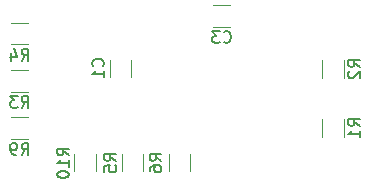
<source format=gbo>
%TF.GenerationSoftware,KiCad,Pcbnew,9.0.3*%
%TF.CreationDate,2025-07-24T09:06:34+02:00*%
%TF.ProjectId,turn-signal-flasher-6V,7475726e-2d73-4696-976e-616c2d666c61,rev?*%
%TF.SameCoordinates,Original*%
%TF.FileFunction,Legend,Bot*%
%TF.FilePolarity,Positive*%
%FSLAX46Y46*%
G04 Gerber Fmt 4.6, Leading zero omitted, Abs format (unit mm)*
G04 Created by KiCad (PCBNEW 9.0.3) date 2025-07-24 09:06:34*
%MOMM*%
%LPD*%
G01*
G04 APERTURE LIST*
%ADD10C,0.150000*%
%ADD11C,0.120000*%
G04 APERTURE END LIST*
D10*
X120954819Y-121283333D02*
X120478628Y-120950000D01*
X120954819Y-120711905D02*
X119954819Y-120711905D01*
X119954819Y-120711905D02*
X119954819Y-121092857D01*
X119954819Y-121092857D02*
X120002438Y-121188095D01*
X120002438Y-121188095D02*
X120050057Y-121235714D01*
X120050057Y-121235714D02*
X120145295Y-121283333D01*
X120145295Y-121283333D02*
X120288152Y-121283333D01*
X120288152Y-121283333D02*
X120383390Y-121235714D01*
X120383390Y-121235714D02*
X120431009Y-121188095D01*
X120431009Y-121188095D02*
X120478628Y-121092857D01*
X120478628Y-121092857D02*
X120478628Y-120711905D01*
X119954819Y-122140476D02*
X119954819Y-121950000D01*
X119954819Y-121950000D02*
X120002438Y-121854762D01*
X120002438Y-121854762D02*
X120050057Y-121807143D01*
X120050057Y-121807143D02*
X120192914Y-121711905D01*
X120192914Y-121711905D02*
X120383390Y-121664286D01*
X120383390Y-121664286D02*
X120764342Y-121664286D01*
X120764342Y-121664286D02*
X120859580Y-121711905D01*
X120859580Y-121711905D02*
X120907200Y-121759524D01*
X120907200Y-121759524D02*
X120954819Y-121854762D01*
X120954819Y-121854762D02*
X120954819Y-122045238D01*
X120954819Y-122045238D02*
X120907200Y-122140476D01*
X120907200Y-122140476D02*
X120859580Y-122188095D01*
X120859580Y-122188095D02*
X120764342Y-122235714D01*
X120764342Y-122235714D02*
X120526247Y-122235714D01*
X120526247Y-122235714D02*
X120431009Y-122188095D01*
X120431009Y-122188095D02*
X120383390Y-122140476D01*
X120383390Y-122140476D02*
X120335771Y-122045238D01*
X120335771Y-122045238D02*
X120335771Y-121854762D01*
X120335771Y-121854762D02*
X120383390Y-121759524D01*
X120383390Y-121759524D02*
X120431009Y-121711905D01*
X120431009Y-121711905D02*
X120526247Y-121664286D01*
X109116666Y-112784819D02*
X109449999Y-112308628D01*
X109688094Y-112784819D02*
X109688094Y-111784819D01*
X109688094Y-111784819D02*
X109307142Y-111784819D01*
X109307142Y-111784819D02*
X109211904Y-111832438D01*
X109211904Y-111832438D02*
X109164285Y-111880057D01*
X109164285Y-111880057D02*
X109116666Y-111975295D01*
X109116666Y-111975295D02*
X109116666Y-112118152D01*
X109116666Y-112118152D02*
X109164285Y-112213390D01*
X109164285Y-112213390D02*
X109211904Y-112261009D01*
X109211904Y-112261009D02*
X109307142Y-112308628D01*
X109307142Y-112308628D02*
X109688094Y-112308628D01*
X108259523Y-112118152D02*
X108259523Y-112784819D01*
X108497618Y-111737200D02*
X108735713Y-112451485D01*
X108735713Y-112451485D02*
X108116666Y-112451485D01*
X109116666Y-120784819D02*
X109449999Y-120308628D01*
X109688094Y-120784819D02*
X109688094Y-119784819D01*
X109688094Y-119784819D02*
X109307142Y-119784819D01*
X109307142Y-119784819D02*
X109211904Y-119832438D01*
X109211904Y-119832438D02*
X109164285Y-119880057D01*
X109164285Y-119880057D02*
X109116666Y-119975295D01*
X109116666Y-119975295D02*
X109116666Y-120118152D01*
X109116666Y-120118152D02*
X109164285Y-120213390D01*
X109164285Y-120213390D02*
X109211904Y-120261009D01*
X109211904Y-120261009D02*
X109307142Y-120308628D01*
X109307142Y-120308628D02*
X109688094Y-120308628D01*
X108640475Y-120784819D02*
X108449999Y-120784819D01*
X108449999Y-120784819D02*
X108354761Y-120737200D01*
X108354761Y-120737200D02*
X108307142Y-120689580D01*
X108307142Y-120689580D02*
X108211904Y-120546723D01*
X108211904Y-120546723D02*
X108164285Y-120356247D01*
X108164285Y-120356247D02*
X108164285Y-119975295D01*
X108164285Y-119975295D02*
X108211904Y-119880057D01*
X108211904Y-119880057D02*
X108259523Y-119832438D01*
X108259523Y-119832438D02*
X108354761Y-119784819D01*
X108354761Y-119784819D02*
X108545237Y-119784819D01*
X108545237Y-119784819D02*
X108640475Y-119832438D01*
X108640475Y-119832438D02*
X108688094Y-119880057D01*
X108688094Y-119880057D02*
X108735713Y-119975295D01*
X108735713Y-119975295D02*
X108735713Y-120213390D01*
X108735713Y-120213390D02*
X108688094Y-120308628D01*
X108688094Y-120308628D02*
X108640475Y-120356247D01*
X108640475Y-120356247D02*
X108545237Y-120403866D01*
X108545237Y-120403866D02*
X108354761Y-120403866D01*
X108354761Y-120403866D02*
X108259523Y-120356247D01*
X108259523Y-120356247D02*
X108211904Y-120308628D01*
X108211904Y-120308628D02*
X108164285Y-120213390D01*
X137784819Y-113333333D02*
X137308628Y-113000000D01*
X137784819Y-112761905D02*
X136784819Y-112761905D01*
X136784819Y-112761905D02*
X136784819Y-113142857D01*
X136784819Y-113142857D02*
X136832438Y-113238095D01*
X136832438Y-113238095D02*
X136880057Y-113285714D01*
X136880057Y-113285714D02*
X136975295Y-113333333D01*
X136975295Y-113333333D02*
X137118152Y-113333333D01*
X137118152Y-113333333D02*
X137213390Y-113285714D01*
X137213390Y-113285714D02*
X137261009Y-113238095D01*
X137261009Y-113238095D02*
X137308628Y-113142857D01*
X137308628Y-113142857D02*
X137308628Y-112761905D01*
X136880057Y-113714286D02*
X136832438Y-113761905D01*
X136832438Y-113761905D02*
X136784819Y-113857143D01*
X136784819Y-113857143D02*
X136784819Y-114095238D01*
X136784819Y-114095238D02*
X136832438Y-114190476D01*
X136832438Y-114190476D02*
X136880057Y-114238095D01*
X136880057Y-114238095D02*
X136975295Y-114285714D01*
X136975295Y-114285714D02*
X137070533Y-114285714D01*
X137070533Y-114285714D02*
X137213390Y-114238095D01*
X137213390Y-114238095D02*
X137784819Y-113666667D01*
X137784819Y-113666667D02*
X137784819Y-114285714D01*
X116009580Y-113270833D02*
X116057200Y-113223214D01*
X116057200Y-113223214D02*
X116104819Y-113080357D01*
X116104819Y-113080357D02*
X116104819Y-112985119D01*
X116104819Y-112985119D02*
X116057200Y-112842262D01*
X116057200Y-112842262D02*
X115961961Y-112747024D01*
X115961961Y-112747024D02*
X115866723Y-112699405D01*
X115866723Y-112699405D02*
X115676247Y-112651786D01*
X115676247Y-112651786D02*
X115533390Y-112651786D01*
X115533390Y-112651786D02*
X115342914Y-112699405D01*
X115342914Y-112699405D02*
X115247676Y-112747024D01*
X115247676Y-112747024D02*
X115152438Y-112842262D01*
X115152438Y-112842262D02*
X115104819Y-112985119D01*
X115104819Y-112985119D02*
X115104819Y-113080357D01*
X115104819Y-113080357D02*
X115152438Y-113223214D01*
X115152438Y-113223214D02*
X115200057Y-113270833D01*
X116104819Y-114223214D02*
X116104819Y-113651786D01*
X116104819Y-113937500D02*
X115104819Y-113937500D01*
X115104819Y-113937500D02*
X115247676Y-113842262D01*
X115247676Y-113842262D02*
X115342914Y-113747024D01*
X115342914Y-113747024D02*
X115390533Y-113651786D01*
X126229166Y-111209580D02*
X126276785Y-111257200D01*
X126276785Y-111257200D02*
X126419642Y-111304819D01*
X126419642Y-111304819D02*
X126514880Y-111304819D01*
X126514880Y-111304819D02*
X126657737Y-111257200D01*
X126657737Y-111257200D02*
X126752975Y-111161961D01*
X126752975Y-111161961D02*
X126800594Y-111066723D01*
X126800594Y-111066723D02*
X126848213Y-110876247D01*
X126848213Y-110876247D02*
X126848213Y-110733390D01*
X126848213Y-110733390D02*
X126800594Y-110542914D01*
X126800594Y-110542914D02*
X126752975Y-110447676D01*
X126752975Y-110447676D02*
X126657737Y-110352438D01*
X126657737Y-110352438D02*
X126514880Y-110304819D01*
X126514880Y-110304819D02*
X126419642Y-110304819D01*
X126419642Y-110304819D02*
X126276785Y-110352438D01*
X126276785Y-110352438D02*
X126229166Y-110400057D01*
X125895832Y-110304819D02*
X125276785Y-110304819D01*
X125276785Y-110304819D02*
X125610118Y-110685771D01*
X125610118Y-110685771D02*
X125467261Y-110685771D01*
X125467261Y-110685771D02*
X125372023Y-110733390D01*
X125372023Y-110733390D02*
X125324404Y-110781009D01*
X125324404Y-110781009D02*
X125276785Y-110876247D01*
X125276785Y-110876247D02*
X125276785Y-111114342D01*
X125276785Y-111114342D02*
X125324404Y-111209580D01*
X125324404Y-111209580D02*
X125372023Y-111257200D01*
X125372023Y-111257200D02*
X125467261Y-111304819D01*
X125467261Y-111304819D02*
X125752975Y-111304819D01*
X125752975Y-111304819D02*
X125848213Y-111257200D01*
X125848213Y-111257200D02*
X125895832Y-111209580D01*
X117124819Y-121283333D02*
X116648628Y-120950000D01*
X117124819Y-120711905D02*
X116124819Y-120711905D01*
X116124819Y-120711905D02*
X116124819Y-121092857D01*
X116124819Y-121092857D02*
X116172438Y-121188095D01*
X116172438Y-121188095D02*
X116220057Y-121235714D01*
X116220057Y-121235714D02*
X116315295Y-121283333D01*
X116315295Y-121283333D02*
X116458152Y-121283333D01*
X116458152Y-121283333D02*
X116553390Y-121235714D01*
X116553390Y-121235714D02*
X116601009Y-121188095D01*
X116601009Y-121188095D02*
X116648628Y-121092857D01*
X116648628Y-121092857D02*
X116648628Y-120711905D01*
X116124819Y-122188095D02*
X116124819Y-121711905D01*
X116124819Y-121711905D02*
X116601009Y-121664286D01*
X116601009Y-121664286D02*
X116553390Y-121711905D01*
X116553390Y-121711905D02*
X116505771Y-121807143D01*
X116505771Y-121807143D02*
X116505771Y-122045238D01*
X116505771Y-122045238D02*
X116553390Y-122140476D01*
X116553390Y-122140476D02*
X116601009Y-122188095D01*
X116601009Y-122188095D02*
X116696247Y-122235714D01*
X116696247Y-122235714D02*
X116934342Y-122235714D01*
X116934342Y-122235714D02*
X117029580Y-122188095D01*
X117029580Y-122188095D02*
X117077200Y-122140476D01*
X117077200Y-122140476D02*
X117124819Y-122045238D01*
X117124819Y-122045238D02*
X117124819Y-121807143D01*
X117124819Y-121807143D02*
X117077200Y-121711905D01*
X117077200Y-121711905D02*
X117029580Y-121664286D01*
X113124819Y-120807142D02*
X112648628Y-120473809D01*
X113124819Y-120235714D02*
X112124819Y-120235714D01*
X112124819Y-120235714D02*
X112124819Y-120616666D01*
X112124819Y-120616666D02*
X112172438Y-120711904D01*
X112172438Y-120711904D02*
X112220057Y-120759523D01*
X112220057Y-120759523D02*
X112315295Y-120807142D01*
X112315295Y-120807142D02*
X112458152Y-120807142D01*
X112458152Y-120807142D02*
X112553390Y-120759523D01*
X112553390Y-120759523D02*
X112601009Y-120711904D01*
X112601009Y-120711904D02*
X112648628Y-120616666D01*
X112648628Y-120616666D02*
X112648628Y-120235714D01*
X113124819Y-121759523D02*
X113124819Y-121188095D01*
X113124819Y-121473809D02*
X112124819Y-121473809D01*
X112124819Y-121473809D02*
X112267676Y-121378571D01*
X112267676Y-121378571D02*
X112362914Y-121283333D01*
X112362914Y-121283333D02*
X112410533Y-121188095D01*
X112124819Y-122378571D02*
X112124819Y-122473809D01*
X112124819Y-122473809D02*
X112172438Y-122569047D01*
X112172438Y-122569047D02*
X112220057Y-122616666D01*
X112220057Y-122616666D02*
X112315295Y-122664285D01*
X112315295Y-122664285D02*
X112505771Y-122711904D01*
X112505771Y-122711904D02*
X112743866Y-122711904D01*
X112743866Y-122711904D02*
X112934342Y-122664285D01*
X112934342Y-122664285D02*
X113029580Y-122616666D01*
X113029580Y-122616666D02*
X113077200Y-122569047D01*
X113077200Y-122569047D02*
X113124819Y-122473809D01*
X113124819Y-122473809D02*
X113124819Y-122378571D01*
X113124819Y-122378571D02*
X113077200Y-122283333D01*
X113077200Y-122283333D02*
X113029580Y-122235714D01*
X113029580Y-122235714D02*
X112934342Y-122188095D01*
X112934342Y-122188095D02*
X112743866Y-122140476D01*
X112743866Y-122140476D02*
X112505771Y-122140476D01*
X112505771Y-122140476D02*
X112315295Y-122188095D01*
X112315295Y-122188095D02*
X112220057Y-122235714D01*
X112220057Y-122235714D02*
X112172438Y-122283333D01*
X112172438Y-122283333D02*
X112124819Y-122378571D01*
X109116666Y-116784819D02*
X109449999Y-116308628D01*
X109688094Y-116784819D02*
X109688094Y-115784819D01*
X109688094Y-115784819D02*
X109307142Y-115784819D01*
X109307142Y-115784819D02*
X109211904Y-115832438D01*
X109211904Y-115832438D02*
X109164285Y-115880057D01*
X109164285Y-115880057D02*
X109116666Y-115975295D01*
X109116666Y-115975295D02*
X109116666Y-116118152D01*
X109116666Y-116118152D02*
X109164285Y-116213390D01*
X109164285Y-116213390D02*
X109211904Y-116261009D01*
X109211904Y-116261009D02*
X109307142Y-116308628D01*
X109307142Y-116308628D02*
X109688094Y-116308628D01*
X108783332Y-115784819D02*
X108164285Y-115784819D01*
X108164285Y-115784819D02*
X108497618Y-116165771D01*
X108497618Y-116165771D02*
X108354761Y-116165771D01*
X108354761Y-116165771D02*
X108259523Y-116213390D01*
X108259523Y-116213390D02*
X108211904Y-116261009D01*
X108211904Y-116261009D02*
X108164285Y-116356247D01*
X108164285Y-116356247D02*
X108164285Y-116594342D01*
X108164285Y-116594342D02*
X108211904Y-116689580D01*
X108211904Y-116689580D02*
X108259523Y-116737200D01*
X108259523Y-116737200D02*
X108354761Y-116784819D01*
X108354761Y-116784819D02*
X108640475Y-116784819D01*
X108640475Y-116784819D02*
X108735713Y-116737200D01*
X108735713Y-116737200D02*
X108783332Y-116689580D01*
X137784819Y-118333333D02*
X137308628Y-118000000D01*
X137784819Y-117761905D02*
X136784819Y-117761905D01*
X136784819Y-117761905D02*
X136784819Y-118142857D01*
X136784819Y-118142857D02*
X136832438Y-118238095D01*
X136832438Y-118238095D02*
X136880057Y-118285714D01*
X136880057Y-118285714D02*
X136975295Y-118333333D01*
X136975295Y-118333333D02*
X137118152Y-118333333D01*
X137118152Y-118333333D02*
X137213390Y-118285714D01*
X137213390Y-118285714D02*
X137261009Y-118238095D01*
X137261009Y-118238095D02*
X137308628Y-118142857D01*
X137308628Y-118142857D02*
X137308628Y-117761905D01*
X137784819Y-119285714D02*
X137784819Y-118714286D01*
X137784819Y-119000000D02*
X136784819Y-119000000D01*
X136784819Y-119000000D02*
X136927676Y-118904762D01*
X136927676Y-118904762D02*
X137022914Y-118809524D01*
X137022914Y-118809524D02*
X137070533Y-118714286D01*
D11*
%TO.C,R6*%
X121590000Y-122177064D02*
X121590000Y-120722936D01*
X123410000Y-122177064D02*
X123410000Y-120722936D01*
%TO.C,R4*%
X108222936Y-109590000D02*
X109677064Y-109590000D01*
X108222936Y-111410000D02*
X109677064Y-111410000D01*
%TO.C,R9*%
X108222936Y-117590000D02*
X109677064Y-117590000D01*
X108222936Y-119410000D02*
X109677064Y-119410000D01*
%TO.C,R2*%
X134590000Y-114227064D02*
X134590000Y-112772936D01*
X136410000Y-114227064D02*
X136410000Y-112772936D01*
%TO.C,C1*%
X116590000Y-112726248D02*
X116590000Y-114148752D01*
X118410000Y-112726248D02*
X118410000Y-114148752D01*
%TO.C,C3*%
X125351248Y-108090000D02*
X126773752Y-108090000D01*
X125351248Y-109910000D02*
X126773752Y-109910000D01*
%TO.C,R5*%
X117590000Y-120722936D02*
X117590000Y-122177064D01*
X119410000Y-120722936D02*
X119410000Y-122177064D01*
%TO.C,R10*%
X113590000Y-120722936D02*
X113590000Y-122177064D01*
X115410000Y-120722936D02*
X115410000Y-122177064D01*
%TO.C,R3*%
X108222936Y-113590000D02*
X109677064Y-113590000D01*
X108222936Y-115410000D02*
X109677064Y-115410000D01*
%TO.C,R1*%
X134590000Y-119227064D02*
X134590000Y-117772936D01*
X136410000Y-119227064D02*
X136410000Y-117772936D01*
%TD*%
M02*

</source>
